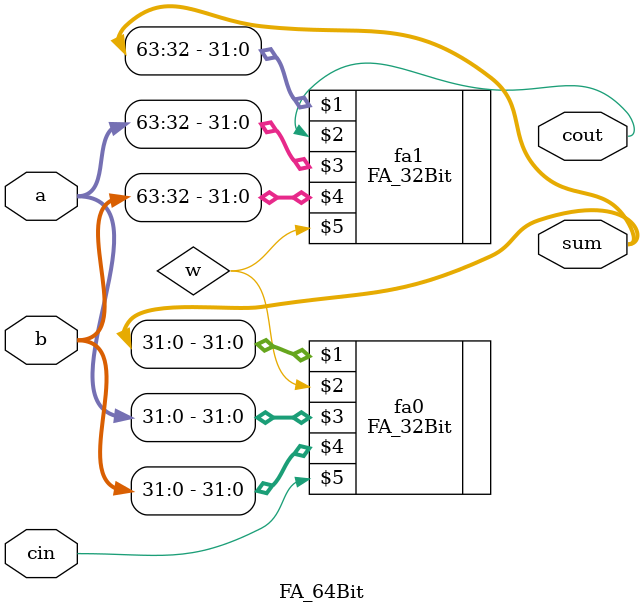
<source format=v>
`timescale 1ns / 1ps
`include "FA_32Bit.v"
module FA_64Bit(sum,cout,a,b,cin);

input [63:0]a,b;   //For 32 inputs
input cin;			// Input Carry
output [63:0]sum; //For 32 Outputs
output cout;		//Output Carry
wire w;

//Two 32-Bit Adder used for 64 Bit Adder
FA_32Bit fa0(sum[31:0],w,a[31:0],b[31:0],cin);
FA_32Bit fa1(sum[63:32],cout,a[63:32],b[63:32],w);

endmodule
</source>
